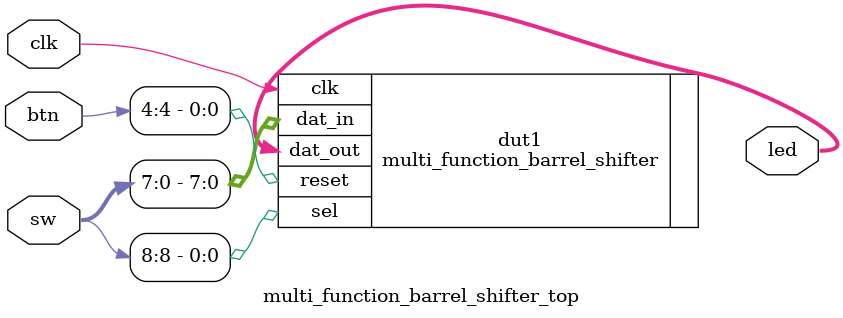
<source format=sv>
module multi_function_barrel_shifter_top
    (
    input logic [8:0] sw,
    input logic [4:0] btn,
    output logic [7:0]led,
    input logic clk
    );
    
    multi_function_barrel_shifter dut1
        (
        .dat_in(sw[7:0]),
        .sel(sw[8]),
        .reset(btn[4]),
        .dat_out(led[7:0]),
        .clk(clk)
        );
    
endmodule
</source>
